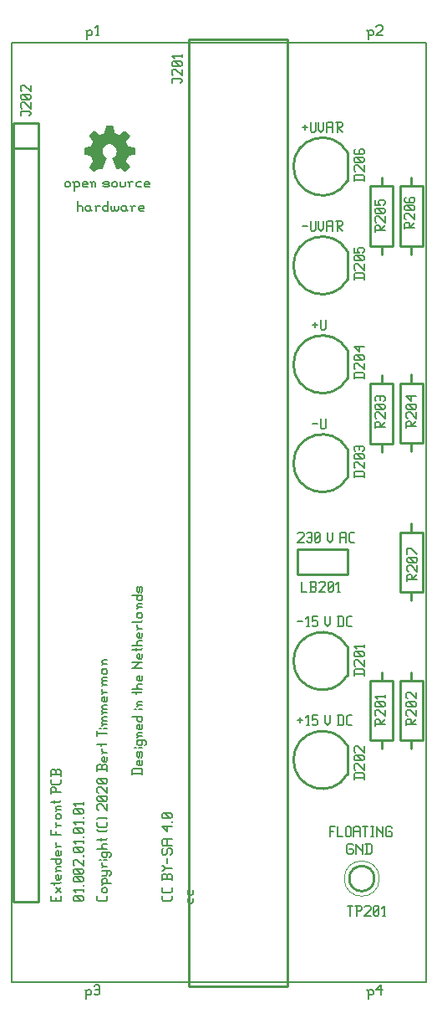
<source format=gto>
G04 start of page 9 for group -4079 idx -4079 *
G04 Title: 01.002.01.01.01.pcb, topsilk *
G04 Creator: pcb 4.2.1 *
G04 CreationDate: Wed Jul 22 19:21:35 2020 UTC *
G04 For: bert *
G04 Format: Gerber/RS-274X *
G04 PCB-Dimensions (mil): 2559.06 4330.71 *
G04 PCB-Coordinate-Origin: lower left *
%MOIN*%
%FSLAX25Y25*%
%LNGTO*%
%ADD106C,0.0000*%
%ADD105C,0.0100*%
%ADD104C,0.0046*%
%ADD103C,0.0047*%
%ADD102C,0.0040*%
%ADD101C,0.0046*%
%ADD100C,0.0048*%
%ADD99C,0.0041*%
%ADD98C,0.0041*%
%ADD97C,0.0041*%
%ADD96C,0.0042*%
%ADD95C,0.0042*%
%ADD94C,0.0042*%
%ADD93C,0.0041*%
%ADD92C,0.0043*%
%ADD91C,0.0042*%
%ADD90C,0.0041*%
%ADD89C,0.0042*%
%ADD88C,0.0041*%
%ADD87C,0.0041*%
%ADD86C,0.0041*%
%ADD85C,0.0046*%
%ADD84C,0.0047*%
%ADD83C,0.0043*%
%ADD82C,0.0044*%
%ADD81C,0.0044*%
%ADD80C,0.0043*%
%ADD79C,0.0045*%
%ADD78C,0.0045*%
%ADD77C,0.0045*%
%ADD76C,0.0045*%
%ADD75C,0.0044*%
%ADD74C,0.0043*%
%ADD73C,0.0043*%
%ADD72C,0.0042*%
%ADD71C,0.0043*%
%ADD70C,0.0044*%
%ADD69C,0.0044*%
%ADD68C,0.0044*%
%ADD67C,0.0044*%
%ADD66C,0.0044*%
%ADD65C,0.0044*%
%ADD64C,0.0043*%
%ADD63C,0.0043*%
%ADD62C,0.0043*%
%ADD61C,0.0043*%
%ADD60C,0.0042*%
%ADD59C,0.0042*%
%ADD58C,0.0042*%
%ADD57C,0.0049*%
%ADD56C,0.0080*%
%ADD55C,0.0001*%
G54D55*G36*
X57540Y380415D02*X60117D01*
X60200Y380383D01*
X60246Y380307D01*
X60296Y380068D01*
X60340Y379846D01*
X60731Y377714D01*
X60778Y377626D01*
X60861Y377568D01*
X60964Y377524D01*
X61754Y377253D01*
X62504Y376895D01*
X62509D01*
X62596Y376857D01*
X62694Y376843D01*
X62792Y376874D01*
X64565Y378093D01*
X64756Y378218D01*
X64957Y378354D01*
X65043Y378379D01*
X65124Y378343D01*
X65456Y378013D01*
X65959Y377513D01*
X66118Y377350D01*
X66617Y376852D01*
X66779Y376695D01*
X66946Y376521D01*
X66985Y376436D01*
X66964Y376347D01*
X66828Y376146D01*
X66698Y375956D01*
X65509Y374220D01*
X65478Y374128D01*
X65493Y374031D01*
X65537Y373932D01*
X66220Y372326D01*
X66257Y372235D01*
X66320Y372157D01*
X66411Y372110D01*
X68450Y371729D01*
X68674Y371686D01*
X68917Y371643D01*
X68992Y371596D01*
X69020Y371513D01*
Y368936D01*
X68992Y368847D01*
X68917Y368800D01*
X68674Y368757D01*
X68450Y368714D01*
X66470Y368345D01*
X66383Y368297D01*
X66329Y368214D01*
X66301Y368154D01*
Y368143D01*
X65585Y366370D01*
X65581Y366358D01*
X65564Y366315D01*
X65546Y366214D01*
X65574Y366120D01*
X66704Y364488D01*
X66828Y364297D01*
X66969Y364096D01*
X66987Y364010D01*
X66946Y363928D01*
X66779Y363749D01*
X66617Y363592D01*
X65298Y362274D01*
X65124Y362106D01*
X65043Y362065D01*
X64957Y362083D01*
X64756Y362225D01*
X64565Y362349D01*
X62970Y363446D01*
X62872Y363475D01*
X62774Y363456D01*
X62444Y363272D01*
X62250Y363163D01*
X61903Y362985D01*
X61818Y362979D01*
X61756Y363039D01*
X61609Y363396D01*
X61522Y363603D01*
X60139Y366961D01*
X60051Y367167D01*
X59954Y367400D01*
X59950Y367495D01*
X60003Y367568D01*
X60226Y367699D01*
X60367Y367807D01*
X60903Y368253D01*
X61318Y368817D01*
X61585Y369476D01*
X61679Y370206D01*
X61620Y370781D01*
X61456Y371315D01*
X61193Y371800D01*
X60844Y372222D01*
X60424Y372571D01*
X59940Y372835D01*
X59406Y373000D01*
X58831Y373058D01*
X58257Y373000D01*
X57722Y372835D01*
X57239Y372571D01*
X56817Y372222D01*
X56469Y371800D01*
X56207Y371315D01*
X56042Y370781D01*
X55983Y370206D01*
X56076Y369476D01*
X56343Y368817D01*
X56757Y368253D01*
X57296Y367807D01*
X57431Y367699D01*
X57654Y367568D01*
X57707Y367495D01*
X57703Y367400D01*
X57606Y367167D01*
X57518Y366961D01*
X56135Y363603D01*
X56048Y363396D01*
X55901Y363039D01*
X55840Y362979D01*
X55756Y362985D01*
X55414Y363163D01*
X55213Y363272D01*
X54881Y363456D01*
X54783Y363475D01*
X54685Y363446D01*
X53092Y362349D01*
X52907Y362225D01*
X52701Y362083D01*
X52614Y362065D01*
X52531Y362106D01*
X52357Y362274D01*
X52201Y362436D01*
X51703Y362935D01*
X51540Y363093D01*
X51040Y363592D01*
X50878Y363749D01*
X50709Y363928D01*
X50670Y364010D01*
X50693Y364096D01*
X50829Y364297D01*
X50959Y364488D01*
X52081Y366120D01*
X52109Y366214D01*
X52093Y366315D01*
X52070Y366375D01*
X51361Y368149D01*
X51328Y368214D01*
X51274Y368297D01*
X51188Y368345D01*
X49207Y368714D01*
X48985Y368757D01*
X48746Y368800D01*
X48667Y368850D01*
X48638Y368936D01*
Y371513D01*
X48667Y371596D01*
X48746Y371643D01*
X48985Y371692D01*
X49207Y371729D01*
X51246Y372110D01*
X51335Y372157D01*
X51398Y372240D01*
X51435Y372326D01*
X52124Y373932D01*
X52164Y374031D01*
X52181Y374128D01*
X52153Y374220D01*
X50959Y375961D01*
X50829Y376146D01*
X50693Y376347D01*
X50670Y376436D01*
X50709Y376521D01*
X50878Y376695D01*
X51040Y376852D01*
X52531Y378343D01*
X52614Y378379D01*
X52701Y378360D01*
X52907Y378224D01*
X53092Y378093D01*
X54865Y376874D01*
X54963Y376845D01*
X55061Y376863D01*
X55146Y376895D01*
X55157Y376900D01*
X55904Y377254D01*
X56694Y377529D01*
X56796Y377568D01*
X56881Y377626D01*
X56926Y377714D01*
X57324Y379846D01*
X57361Y380068D01*
X57409Y380307D01*
X57457Y380383D01*
X57540Y380415D01*
G37*
G54D56*X185039Y413386D02*X19685D01*
X185039D02*Y39371D01*
X19685Y39370D02*X19679Y413386D01*
X19685Y39370D02*X185039Y39371D01*
X135826Y379891D02*X137826D01*
X136826Y380891D02*Y378891D01*
X139026Y381891D02*Y378391D01*
X139526Y377891D01*
X140526D01*
X141026Y378391D01*
Y381891D02*Y378391D01*
X142226Y381891D02*Y378891D01*
X143226Y377891D01*
X144226Y378891D01*
Y381891D02*Y378891D01*
X145426Y381391D02*Y377891D01*
Y381391D02*X145926Y381891D01*
X147426D01*
X147926Y381391D01*
Y377891D01*
X145426Y379891D02*X147926D01*
X149126Y381891D02*X151126D01*
X151626Y381391D01*
Y380391D01*
X151126Y379891D02*X151626Y380391D01*
X149626Y379891D02*X151126D01*
X149626Y381891D02*Y377891D01*
Y379891D02*X151626Y377891D01*
X135826Y340520D02*X137826D01*
X139026Y342520D02*Y339020D01*
X139526Y338520D01*
X140526D01*
X141026Y339020D01*
Y342520D02*Y339020D01*
X142226Y342520D02*Y339520D01*
X143226Y338520D01*
X144226Y339520D01*
Y342520D02*Y339520D01*
X145426Y342020D02*Y338520D01*
Y342020D02*X145926Y342520D01*
X147426D01*
X147926Y342020D01*
Y338520D01*
X145426Y340520D02*X147926D01*
X149126Y342520D02*X151126D01*
X151626Y342020D01*
Y341020D01*
X151126Y340520D02*X151626Y341020D01*
X149626Y340520D02*X151126D01*
X149626Y342520D02*Y338520D01*
Y340520D02*X151626Y338520D01*
X139763Y301150D02*X141763D01*
X140763Y302150D02*Y300150D01*
X142963Y303150D02*Y299650D01*
X143463Y299150D01*
X144463D01*
X144963Y299650D01*
Y303150D02*Y299650D01*
X155543Y94488D02*X156043Y93988D01*
X154043Y94488D02*X155543D01*
X153543Y93988D02*X154043Y94488D01*
X153543Y93988D02*Y90988D01*
X154043Y90488D01*
X155543D01*
X156043Y90988D01*
Y91988D02*Y90988D01*
X155543Y92488D02*X156043Y91988D01*
X154543Y92488D02*X155543D01*
X157243Y94488D02*Y90488D01*
Y94488D02*Y93988D01*
X159743Y91488D01*
Y94488D02*Y90488D01*
X161443Y94488D02*Y90488D01*
X162943Y94488D02*X163443Y93988D01*
Y90988D01*
X162943Y90488D02*X163443Y90988D01*
X160943Y90488D02*X162943D01*
X160943Y94488D02*X162943D01*
X139763Y261780D02*X141763D01*
X142963Y263780D02*Y260280D01*
X143463Y259780D01*
X144463D01*
X144963Y260280D01*
Y263780D02*Y260280D01*
X133858Y218005D02*X134358Y218505D01*
X135858D01*
X136358Y218005D01*
Y217005D01*
X133858Y214505D02*X136358Y217005D01*
X133858Y214505D02*X136358D01*
X137558Y218005D02*X138058Y218505D01*
X139058D01*
X139558Y218005D01*
Y215005D01*
X139058Y214505D02*X139558Y215005D01*
X138058Y214505D02*X139058D01*
X137558Y215005D02*X138058Y214505D01*
Y216505D02*X139558D01*
X140758Y215005D02*X141258Y214505D01*
X140758Y218005D02*Y215005D01*
Y218005D02*X141258Y218505D01*
X142258D01*
X142758Y218005D01*
Y215005D01*
X142258Y214505D02*X142758Y215005D01*
X141258Y214505D02*X142258D01*
X140758Y215505D02*X142758Y217505D01*
X145758Y218505D02*Y215505D01*
X146758Y214505D01*
X147758Y215505D01*
Y218505D02*Y215505D01*
X150758Y218005D02*Y214505D01*
Y218005D02*X151258Y218505D01*
X152758D01*
X153258Y218005D01*
Y214505D01*
X150758Y216505D02*X153258D01*
X154958Y214505D02*X156458D01*
X154458Y215005D02*X154958Y214505D01*
X154458Y218005D02*Y215005D01*
Y218005D02*X154958Y218505D01*
X156458D01*
X133858Y183040D02*X135858D01*
X137558Y181040D02*X138558D01*
X138058Y185040D02*Y181040D01*
X137058Y184040D02*X138058Y185040D01*
X139758D02*X141758D01*
X139758D02*Y183040D01*
X140258Y183540D01*
X141258D01*
X141758Y183040D01*
Y181540D01*
X141258Y181040D02*X141758Y181540D01*
X140258Y181040D02*X141258D01*
X139758Y181540D02*X140258Y181040D01*
X144758Y185040D02*Y182040D01*
X145758Y181040D01*
X146758Y182040D01*
Y185040D02*Y182040D01*
X150258Y185040D02*Y181040D01*
X151758Y185040D02*X152258Y184540D01*
Y181540D01*
X151758Y181040D02*X152258Y181540D01*
X149758Y181040D02*X151758D01*
X149758Y185040D02*X151758D01*
X153958Y181040D02*X155458D01*
X153458Y181540D02*X153958Y181040D01*
X153458Y184540D02*Y181540D01*
Y184540D02*X153958Y185040D01*
X155458D01*
X133858Y143670D02*X135858D01*
X134858Y144670D02*Y142670D01*
X137558Y141670D02*X138558D01*
X138058Y145670D02*Y141670D01*
X137058Y144670D02*X138058Y145670D01*
X139758D02*X141758D01*
X139758D02*Y143670D01*
X140258Y144170D01*
X141258D01*
X141758Y143670D01*
Y142170D01*
X141258Y141670D02*X141758Y142170D01*
X140258Y141670D02*X141258D01*
X139758Y142170D02*X140258Y141670D01*
X144758Y145670D02*Y142670D01*
X145758Y141670D01*
X146758Y142670D01*
Y145670D02*Y142670D01*
X150258Y145670D02*Y141670D01*
X151758Y145670D02*X152258Y145170D01*
Y142170D01*
X151758Y141670D02*X152258Y142170D01*
X149758Y141670D02*X151758D01*
X149758Y145670D02*X151758D01*
X153958Y141670D02*X155458D01*
X153458Y142170D02*X153958Y141670D01*
X153458Y145170D02*Y142170D01*
Y145170D02*X153958Y145670D01*
X155458D01*
X146654Y101378D02*Y97378D01*
Y101378D02*X148654D01*
X146654Y99378D02*X148154D01*
X149854Y101378D02*Y97378D01*
X151854D01*
X153054Y100878D02*Y97878D01*
Y100878D02*X153554Y101378D01*
X154554D01*
X155054Y100878D01*
Y97878D01*
X154554Y97378D02*X155054Y97878D01*
X153554Y97378D02*X154554D01*
X153054Y97878D02*X153554Y97378D01*
X156254Y100878D02*Y97378D01*
Y100878D02*X156754Y101378D01*
X158254D01*
X158754Y100878D01*
Y97378D01*
X156254Y99378D02*X158754D01*
X159954Y101378D02*X161954D01*
X160954D02*Y97378D01*
X163154Y101378D02*X164154D01*
X163654D02*Y97378D01*
X163154D02*X164154D01*
X165354Y101378D02*Y97378D01*
Y101378D02*Y100878D01*
X167854Y98378D01*
Y101378D02*Y97378D01*
X171054Y101378D02*X171554Y100878D01*
X169554Y101378D02*X171054D01*
X169054Y100878D02*X169554Y101378D01*
X169054Y100878D02*Y97878D01*
X169554Y97378D01*
X171054D01*
X171554Y97878D01*
Y98878D02*Y97878D01*
X171054Y99378D02*X171554Y98878D01*
X170054Y99378D02*X171054D01*
X37433Y73300D02*Y71800D01*
X39433Y73800D02*Y71800D01*
X35433D02*X39433D01*
X35433Y73800D02*Y71800D01*
X37433Y75000D02*X39433Y77000D01*
Y75000D02*X37433Y77000D01*
X35433Y78700D02*X38933D01*
X39433Y79200D01*
X36933D02*Y78200D01*
X39433Y82200D02*Y80700D01*
X38933Y80200D02*X39433Y80700D01*
X37933Y80200D02*X38933D01*
X37933D02*X37433Y80700D01*
Y81700D02*Y80700D01*
Y81700D02*X37933Y82200D01*
X38433D02*Y80200D01*
X37933Y82200D02*X38433D01*
X37933Y83900D02*X39433D01*
X37933D02*X37433Y84400D01*
Y84900D02*Y84400D01*
Y84900D02*X37933Y85400D01*
X39433D01*
X37433Y83400D02*X37933Y83900D01*
X35433Y88600D02*X39433D01*
Y88100D02*X38933Y88600D01*
X39433Y88100D02*Y87100D01*
X38933Y86600D02*X39433Y87100D01*
X37933Y86600D02*X38933D01*
X37933D02*X37433Y87100D01*
Y88100D02*Y87100D01*
Y88100D02*X37933Y88600D01*
X39433Y91800D02*Y90300D01*
X38933Y89800D02*X39433Y90300D01*
X37933Y89800D02*X38933D01*
X37933D02*X37433Y90300D01*
Y91300D02*Y90300D01*
Y91300D02*X37933Y91800D01*
X38433D02*Y89800D01*
X37933Y91800D02*X38433D01*
X37933Y93500D02*X39433D01*
X37933D02*X37433Y94000D01*
Y95000D02*Y94000D01*
Y93000D02*X37933Y93500D01*
X35433Y98000D02*X39433D01*
X35433Y100000D02*Y98000D01*
X37433Y99500D02*Y98000D01*
X37933Y101700D02*X39433D01*
X37933D02*X37433Y102200D01*
Y103200D02*Y102200D01*
Y101200D02*X37933Y101700D01*
Y104400D02*X38933D01*
X37933D02*X37433Y104900D01*
Y105900D02*Y104900D01*
Y105900D02*X37933Y106400D01*
X38933D01*
X39433Y105900D02*X38933Y106400D01*
X39433Y105900D02*Y104900D01*
X38933Y104400D02*X39433Y104900D01*
X37933Y108100D02*X39433D01*
X37933D02*X37433Y108600D01*
Y109100D02*Y108600D01*
Y109100D02*X37933Y109600D01*
X39433D01*
X37433Y107600D02*X37933Y108100D01*
X35433Y111300D02*X38933D01*
X39433Y111800D01*
X36933D02*Y110800D01*
X35433Y115100D02*X39433D01*
X35433Y116600D02*Y114600D01*
Y116600D02*X35933Y117100D01*
X36933D01*
X37433Y116600D02*X36933Y117100D01*
X37433Y116600D02*Y115100D01*
X39433Y120300D02*Y118800D01*
X38933Y118300D02*X39433Y118800D01*
X35933Y118300D02*X38933D01*
X35933D02*X35433Y118800D01*
Y120300D02*Y118800D01*
X39433Y123500D02*Y121500D01*
Y123500D02*X38933Y124000D01*
X37933D02*X38933D01*
X37433Y123500D02*X37933Y124000D01*
X37433Y123500D02*Y122000D01*
X35433D02*X39433D01*
X35433Y123500D02*Y121500D01*
Y123500D02*X35933Y124000D01*
X36933D01*
X37433Y123500D02*X36933Y124000D01*
X57885Y73800D02*Y72300D01*
X57385Y71800D02*X57885Y72300D01*
X54385Y71800D02*X57385D01*
X54385D02*X53885Y72300D01*
Y73800D02*Y72300D01*
X56385Y75000D02*X57385D01*
X56385D02*X55885Y75500D01*
Y76500D02*Y75500D01*
Y76500D02*X56385Y77000D01*
X57385D01*
X57885Y76500D02*X57385Y77000D01*
X57885Y76500D02*Y75500D01*
X57385Y75000D02*X57885Y75500D01*
X56385Y78700D02*X59385D01*
X55885Y78200D02*X56385Y78700D01*
X55885Y79200D01*
Y80200D02*Y79200D01*
Y80200D02*X56385Y80700D01*
X57385D01*
X57885Y80200D02*X57385Y80700D01*
X57885Y80200D02*Y79200D01*
X57385Y78700D02*X57885Y79200D01*
X55885Y81900D02*X57385D01*
X57885Y82400D01*
X55885Y83900D02*X58885D01*
X59385Y83400D02*X58885Y83900D01*
X59385Y83400D02*Y82400D01*
X58885Y81900D02*X59385Y82400D01*
X57885Y83400D02*Y82400D01*
Y83400D02*X57385Y83900D01*
X56385Y85600D02*X57885D01*
X56385D02*X55885Y86100D01*
Y87100D02*Y86100D01*
Y85100D02*X56385Y85600D01*
X54885Y88300D02*X55385D01*
X56385D02*X57885D01*
X55885Y90800D02*X56385Y91300D01*
X55885Y90800D02*Y89800D01*
X56385Y89300D02*X55885Y89800D01*
X56385Y89300D02*X57385D01*
X57885Y89800D01*
Y90800D02*Y89800D01*
Y90800D02*X57385Y91300D01*
X58885Y89300D02*X59385Y89800D01*
Y90800D02*Y89800D01*
Y90800D02*X58885Y91300D01*
X55885D02*X58885D01*
X53885Y92500D02*X57885D01*
X56385D02*X55885Y93000D01*
Y94000D02*Y93000D01*
Y94000D02*X56385Y94500D01*
X57885D01*
X53885Y96200D02*X57385D01*
X57885Y96700D01*
X55385D02*Y95700D01*
X57385Y99500D02*X57885Y100000D01*
X54385Y99500D02*X53885Y100000D01*
X54385Y99500D02*X57385D01*
X57885Y103200D02*Y101700D01*
X57385Y101200D02*X57885Y101700D01*
X54385Y101200D02*X57385D01*
X54385D02*X53885Y101700D01*
Y103200D02*Y101700D01*
Y104400D02*X54385Y104900D01*
X57385D01*
X57885Y104400D02*X57385Y104900D01*
X54385Y107900D02*X53885Y108400D01*
Y109900D02*Y108400D01*
Y109900D02*X54385Y110400D01*
X55385D01*
X57885Y107900D02*X55385Y110400D01*
X57885D02*Y107900D01*
X57385Y111600D02*X57885Y112100D01*
X54385Y111600D02*X57385D01*
X54385D02*X53885Y112100D01*
Y113100D02*Y112100D01*
Y113100D02*X54385Y113600D01*
X57385D01*
X57885Y113100D02*X57385Y113600D01*
X57885Y113100D02*Y112100D01*
X56885Y111600D02*X54885Y113600D01*
X54385Y114800D02*X53885Y115300D01*
Y116800D02*Y115300D01*
Y116800D02*X54385Y117300D01*
X55385D01*
X57885Y114800D02*X55385Y117300D01*
X57885D02*Y114800D01*
X57385Y118500D02*X57885Y119000D01*
X54385Y118500D02*X57385D01*
X54385D02*X53885Y119000D01*
Y120000D02*Y119000D01*
Y120000D02*X54385Y120500D01*
X57385D01*
X57885Y120000D02*X57385Y120500D01*
X57885Y120000D02*Y119000D01*
X56885Y118500D02*X54885Y120500D01*
X57885Y125500D02*Y123500D01*
Y125500D02*X57385Y126000D01*
X56385D02*X57385D01*
X55885Y125500D02*X56385Y126000D01*
X55885Y125500D02*Y124000D01*
X53885D02*X57885D01*
X53885Y125500D02*Y123500D01*
Y125500D02*X54385Y126000D01*
X55385D01*
X55885Y125500D02*X55385Y126000D01*
X57885Y129200D02*Y127700D01*
X57385Y127200D02*X57885Y127700D01*
X56385Y127200D02*X57385D01*
X56385D02*X55885Y127700D01*
Y128700D02*Y127700D01*
Y128700D02*X56385Y129200D01*
X56885D02*Y127200D01*
X56385Y129200D02*X56885D01*
X56385Y130900D02*X57885D01*
X56385D02*X55885Y131400D01*
Y132400D02*Y131400D01*
Y130400D02*X56385Y130900D01*
X53885Y134100D02*X57385D01*
X57885Y134600D01*
X55385D02*Y133600D01*
X53885Y139400D02*Y137400D01*
Y138400D02*X57885D01*
X54885Y140600D02*X55385D01*
X56385D02*X57885D01*
X56385Y142100D02*X57885D01*
X56385D02*X55885Y142600D01*
Y143100D02*Y142600D01*
Y143100D02*X56385Y143600D01*
X57885D01*
X56385D02*X55885Y144100D01*
Y144600D02*Y144100D01*
Y144600D02*X56385Y145100D01*
X57885D01*
X55885Y141600D02*X56385Y142100D01*
Y146800D02*X57885D01*
X56385D02*X55885Y147300D01*
Y147800D02*Y147300D01*
Y147800D02*X56385Y148300D01*
X57885D01*
X56385D02*X55885Y148800D01*
Y149300D02*Y148800D01*
Y149300D02*X56385Y149800D01*
X57885D01*
X55885Y146300D02*X56385Y146800D01*
X57885Y153000D02*Y151500D01*
X57385Y151000D02*X57885Y151500D01*
X56385Y151000D02*X57385D01*
X56385D02*X55885Y151500D01*
Y152500D02*Y151500D01*
Y152500D02*X56385Y153000D01*
X56885D02*Y151000D01*
X56385Y153000D02*X56885D01*
X56385Y154700D02*X57885D01*
X56385D02*X55885Y155200D01*
Y156200D02*Y155200D01*
Y154200D02*X56385Y154700D01*
Y157900D02*X57885D01*
X56385D02*X55885Y158400D01*
Y158900D02*Y158400D01*
Y158900D02*X56385Y159400D01*
X57885D01*
X56385D02*X55885Y159900D01*
Y160400D02*Y159900D01*
Y160400D02*X56385Y160900D01*
X57885D01*
X55885Y157400D02*X56385Y157900D01*
X55885Y163600D02*X56385Y164100D01*
X55885Y163600D02*Y162600D01*
X56385Y162100D02*X55885Y162600D01*
X56385Y162100D02*X57385D01*
X57885Y162600D01*
X55885Y164100D02*X57385D01*
X57885Y164600D01*
Y163600D02*Y162600D01*
Y163600D02*X57385Y164100D01*
X56385Y166300D02*X57885D01*
X56385D02*X55885Y166800D01*
Y167300D02*Y166800D01*
Y167300D02*X56385Y167800D01*
X57885D01*
X55885Y165800D02*X56385Y166300D01*
X67913Y122548D02*X71913D01*
X67913Y124048D02*X68413Y124548D01*
X71413D01*
X71913Y124048D02*X71413Y124548D01*
X71913Y124048D02*Y122048D01*
X67913Y124048D02*Y122048D01*
X71913Y127748D02*Y126248D01*
X71413Y125748D02*X71913Y126248D01*
X70413Y125748D02*X71413D01*
X70413D02*X69913Y126248D01*
Y127248D02*Y126248D01*
Y127248D02*X70413Y127748D01*
X70913D02*Y125748D01*
X70413Y127748D02*X70913D01*
X71913Y130948D02*Y129448D01*
Y130948D02*X71413Y131448D01*
X70913Y130948D02*X71413Y131448D01*
X70913Y130948D02*Y129448D01*
X70413Y128948D02*X70913Y129448D01*
X70413Y128948D02*X69913Y129448D01*
Y130948D02*Y129448D01*
Y130948D02*X70413Y131448D01*
X71413Y128948D02*X71913Y129448D01*
X68913Y132648D02*X69413D01*
X70413D02*X71913D01*
X69913Y135148D02*X70413Y135648D01*
X69913Y135148D02*Y134148D01*
X70413Y133648D02*X69913Y134148D01*
X70413Y133648D02*X71413D01*
X71913Y134148D01*
Y135148D02*Y134148D01*
Y135148D02*X71413Y135648D01*
X72913Y133648D02*X73413Y134148D01*
Y135148D02*Y134148D01*
Y135148D02*X72913Y135648D01*
X69913D02*X72913D01*
X70413Y137348D02*X71913D01*
X70413D02*X69913Y137848D01*
Y138348D02*Y137848D01*
Y138348D02*X70413Y138848D01*
X71913D01*
X69913Y136848D02*X70413Y137348D01*
X71913Y142048D02*Y140548D01*
X71413Y140048D02*X71913Y140548D01*
X70413Y140048D02*X71413D01*
X70413D02*X69913Y140548D01*
Y141548D02*Y140548D01*
Y141548D02*X70413Y142048D01*
X70913D02*Y140048D01*
X70413Y142048D02*X70913D01*
X67913Y145248D02*X71913D01*
Y144748D02*X71413Y145248D01*
X71913Y144748D02*Y143748D01*
X71413Y143248D02*X71913Y143748D01*
X70413Y143248D02*X71413D01*
X70413D02*X69913Y143748D01*
Y144748D02*Y143748D01*
Y144748D02*X70413Y145248D01*
X68913Y148248D02*X69413D01*
X70413D02*X71913D01*
X70413Y149748D02*X71913D01*
X70413D02*X69913Y150248D01*
Y150748D02*Y150248D01*
Y150748D02*X70413Y151248D01*
X71913D01*
X69913Y149248D02*X70413Y149748D01*
X67913Y154748D02*X71413D01*
X71913Y155248D01*
X69413D02*Y154248D01*
X67913Y156248D02*X71913D01*
X70413D02*X69913Y156748D01*
Y157748D02*Y156748D01*
Y157748D02*X70413Y158248D01*
X71913D01*
Y161448D02*Y159948D01*
X71413Y159448D02*X71913Y159948D01*
X70413Y159448D02*X71413D01*
X70413D02*X69913Y159948D01*
Y160948D02*Y159948D01*
Y160948D02*X70413Y161448D01*
X70913D02*Y159448D01*
X70413Y161448D02*X70913D01*
X67913Y164448D02*X71913D01*
X67913D02*X68413D01*
X70913Y166948D01*
X67913D02*X71913D01*
Y170148D02*Y168648D01*
X71413Y168148D02*X71913Y168648D01*
X70413Y168148D02*X71413D01*
X70413D02*X69913Y168648D01*
Y169648D02*Y168648D01*
Y169648D02*X70413Y170148D01*
X70913D02*Y168148D01*
X70413Y170148D02*X70913D01*
X67913Y171848D02*X71413D01*
X71913Y172348D01*
X69413D02*Y171348D01*
X67913Y173348D02*X71913D01*
X70413D02*X69913Y173848D01*
Y174848D02*Y173848D01*
Y174848D02*X70413Y175348D01*
X71913D01*
Y178548D02*Y177048D01*
X71413Y176548D02*X71913Y177048D01*
X70413Y176548D02*X71413D01*
X70413D02*X69913Y177048D01*
Y178048D02*Y177048D01*
Y178048D02*X70413Y178548D01*
X70913D02*Y176548D01*
X70413Y178548D02*X70913D01*
X70413Y180248D02*X71913D01*
X70413D02*X69913Y180748D01*
Y181748D02*Y180748D01*
Y179748D02*X70413Y180248D01*
X67913Y182948D02*X71413D01*
X71913Y183448D01*
X69913Y185948D02*X70413Y186448D01*
X69913Y185948D02*Y184948D01*
X70413Y184448D02*X69913Y184948D01*
X70413Y184448D02*X71413D01*
X71913Y184948D01*
X69913Y186448D02*X71413D01*
X71913Y186948D01*
Y185948D02*Y184948D01*
Y185948D02*X71413Y186448D01*
X70413Y188648D02*X71913D01*
X70413D02*X69913Y189148D01*
Y189648D02*Y189148D01*
Y189648D02*X70413Y190148D01*
X71913D01*
X69913Y188148D02*X70413Y188648D01*
X67913Y193348D02*X71913D01*
Y192848D02*X71413Y193348D01*
X71913Y192848D02*Y191848D01*
X71413Y191348D02*X71913Y191848D01*
X70413Y191348D02*X71413D01*
X70413D02*X69913Y191848D01*
Y192848D02*Y191848D01*
Y192848D02*X70413Y193348D01*
X71913Y196548D02*Y195048D01*
Y196548D02*X71413Y197048D01*
X70913Y196548D02*X71413Y197048D01*
X70913Y196548D02*Y195048D01*
X70413Y194548D02*X70913Y195048D01*
X70413Y194548D02*X69913Y195048D01*
Y196548D02*Y195048D01*
Y196548D02*X70413Y197048D01*
X71413Y194548D02*X71913Y195048D01*
X47917Y71800D02*X48417Y72300D01*
X44917Y71800D02*X47917D01*
X44917D02*X44417Y72300D01*
Y73300D02*Y72300D01*
Y73300D02*X44917Y73800D01*
X47917D01*
X48417Y73300D02*X47917Y73800D01*
X48417Y73300D02*Y72300D01*
X47417Y71800D02*X45417Y73800D01*
X48417Y76500D02*Y75500D01*
X44417Y76000D02*X48417D01*
X45417Y75000D02*X44417Y76000D01*
X48417Y78200D02*Y77700D01*
X47917Y79400D02*X48417Y79900D01*
X44917Y79400D02*X47917D01*
X44917D02*X44417Y79900D01*
Y80900D02*Y79900D01*
Y80900D02*X44917Y81400D01*
X47917D01*
X48417Y80900D02*X47917Y81400D01*
X48417Y80900D02*Y79900D01*
X47417Y79400D02*X45417Y81400D01*
X47917Y82600D02*X48417Y83100D01*
X44917Y82600D02*X47917D01*
X44917D02*X44417Y83100D01*
Y84100D02*Y83100D01*
Y84100D02*X44917Y84600D01*
X47917D01*
X48417Y84100D02*X47917Y84600D01*
X48417Y84100D02*Y83100D01*
X47417Y82600D02*X45417Y84600D01*
X44917Y85800D02*X44417Y86300D01*
Y87800D02*Y86300D01*
Y87800D02*X44917Y88300D01*
X45917D01*
X48417Y85800D02*X45917Y88300D01*
X48417D02*Y85800D01*
Y90000D02*Y89500D01*
X47917Y91200D02*X48417Y91700D01*
X44917Y91200D02*X47917D01*
X44917D02*X44417Y91700D01*
Y92700D02*Y91700D01*
Y92700D02*X44917Y93200D01*
X47917D01*
X48417Y92700D02*X47917Y93200D01*
X48417Y92700D02*Y91700D01*
X47417Y91200D02*X45417Y93200D01*
X48417Y95900D02*Y94900D01*
X44417Y95400D02*X48417D01*
X45417Y94400D02*X44417Y95400D01*
X48417Y97600D02*Y97100D01*
X47917Y98800D02*X48417Y99300D01*
X44917Y98800D02*X47917D01*
X44917D02*X44417Y99300D01*
Y100300D02*Y99300D01*
Y100300D02*X44917Y100800D01*
X47917D01*
X48417Y100300D02*X47917Y100800D01*
X48417Y100300D02*Y99300D01*
X47417Y98800D02*X45417Y100800D01*
X48417Y103500D02*Y102500D01*
X44417Y103000D02*X48417D01*
X45417Y102000D02*X44417Y103000D01*
X48417Y105200D02*Y104700D01*
X47917Y106400D02*X48417Y106900D01*
X44917Y106400D02*X47917D01*
X44917D02*X44417Y106900D01*
Y107900D02*Y106900D01*
Y107900D02*X44917Y108400D01*
X47917D01*
X48417Y107900D02*X47917Y108400D01*
X48417Y107900D02*Y106900D01*
X47417Y106400D02*X45417Y108400D01*
X48417Y111100D02*Y110100D01*
X44417Y110600D02*X48417D01*
X45417Y109600D02*X44417Y110600D01*
X83724Y73851D02*Y72351D01*
X83224Y71851D02*X83724Y72351D01*
X80224Y71851D02*X83224D01*
X80224D02*X79724Y72351D01*
Y73851D02*Y72351D01*
X83724Y77051D02*Y75551D01*
X83224Y75051D02*X83724Y75551D01*
X80224Y75051D02*X83224D01*
X80224D02*X79724Y75551D01*
Y77051D02*Y75551D01*
X83724Y82051D02*Y80051D01*
Y82051D02*X83224Y82551D01*
X82224D02*X83224D01*
X81724Y82051D02*X82224Y82551D01*
X81724Y82051D02*Y80551D01*
X79724D02*X83724D01*
X79724Y82051D02*Y80051D01*
Y82051D02*X80224Y82551D01*
X81224D01*
X81724Y82051D02*X81224Y82551D01*
X79724Y83751D02*X80224D01*
X81224Y84751D01*
X80224Y85751D01*
X79724D02*X80224D01*
X81224Y84751D02*X83724D01*
X81724Y88951D02*Y86951D01*
X79724Y92151D02*X80224Y92651D01*
X79724Y92151D02*Y90651D01*
X80224Y90151D02*X79724Y90651D01*
X80224Y90151D02*X81224D01*
X81724Y90651D01*
Y92151D02*Y90651D01*
Y92151D02*X82224Y92651D01*
X83224D01*
X83724Y92151D02*X83224Y92651D01*
X83724Y92151D02*Y90651D01*
X83224Y90151D02*X83724Y90651D01*
X80224Y93851D02*X83724D01*
X80224D02*X79724Y94351D01*
Y95851D02*Y94351D01*
Y95851D02*X80224Y96351D01*
X83724D01*
X81724D02*Y93851D01*
Y99351D02*X79724Y101351D01*
X81724Y101851D02*Y99351D01*
X79724Y101351D02*X83724D01*
Y103551D02*Y103051D01*
X83224Y104751D02*X83724Y105251D01*
X80224Y104751D02*X83224D01*
X80224D02*X79724Y105251D01*
Y106251D02*Y105251D01*
Y106251D02*X80224Y106751D01*
X83224D01*
X83724Y106251D02*X83224Y106751D01*
X83724Y106251D02*Y105251D01*
X82724Y104751D02*X80724Y106751D01*
X41063Y357501D02*Y356501D01*
Y357501D02*X41563Y358001D01*
X42563D01*
X43063Y357501D01*
Y356501D01*
X42563Y356001D02*X43063Y356501D01*
X41563Y356001D02*X42563D01*
X41063Y356501D02*X41563Y356001D01*
X44763Y357501D02*Y354501D01*
X44263Y358001D02*X44763Y357501D01*
X45263Y358001D01*
X46263D01*
X46763Y357501D01*
Y356501D01*
X46263Y356001D02*X46763Y356501D01*
X45263Y356001D02*X46263D01*
X44763Y356501D02*X45263Y356001D01*
X48463D02*X49963D01*
X47963Y356501D02*X48463Y356001D01*
X47963Y357501D02*Y356501D01*
Y357501D02*X48463Y358001D01*
X49463D01*
X49963Y357501D01*
X47963Y357001D02*X49963D01*
Y357501D02*Y357001D01*
X51663Y357501D02*Y356001D01*
Y357501D02*X52163Y358001D01*
X52663D01*
X53163Y357501D01*
Y356001D01*
X51163Y358001D02*X51663Y357501D01*
X56663Y356001D02*X58163D01*
X58663Y356501D01*
X58163Y357001D02*X58663Y356501D01*
X56663Y357001D02*X58163D01*
X56163Y357501D02*X56663Y357001D01*
X56163Y357501D02*X56663Y358001D01*
X58163D01*
X58663Y357501D01*
X56163Y356501D02*X56663Y356001D01*
X59863Y357501D02*Y356501D01*
Y357501D02*X60363Y358001D01*
X61363D01*
X61863Y357501D01*
Y356501D01*
X61363Y356001D02*X61863Y356501D01*
X60363Y356001D02*X61363D01*
X59863Y356501D02*X60363Y356001D01*
X63063Y358001D02*Y356501D01*
X63563Y356001D01*
X64563D01*
X65063Y356501D01*
Y358001D02*Y356501D01*
X66763Y357501D02*Y356001D01*
Y357501D02*X67263Y358001D01*
X68263D01*
X66263D02*X66763Y357501D01*
X69963Y358001D02*X71463D01*
X69463Y357501D02*X69963Y358001D01*
X69463Y357501D02*Y356501D01*
X69963Y356001D01*
X71463D01*
X73163D02*X74663D01*
X72663Y356501D02*X73163Y356001D01*
X72663Y357501D02*Y356501D01*
Y357501D02*X73163Y358001D01*
X74163D01*
X74663Y357501D01*
X72663Y357001D02*X74663D01*
Y357501D02*Y357001D01*
X46063Y350501D02*Y346501D01*
Y348001D02*X46563Y348501D01*
X47563D01*
X48063Y348001D01*
Y346501D01*
X50763Y348501D02*X51263Y348001D01*
X49763Y348501D02*X50763D01*
X49263Y348001D02*X49763Y348501D01*
X49263Y348001D02*Y347001D01*
X49763Y346501D01*
X51263Y348501D02*Y347001D01*
X51763Y346501D01*
X49763D02*X50763D01*
X51263Y347001D01*
X53463Y348001D02*Y346501D01*
Y348001D02*X53963Y348501D01*
X54963D01*
X52963D02*X53463Y348001D01*
X58163Y350501D02*Y346501D01*
X57663D02*X58163Y347001D01*
X56663Y346501D02*X57663D01*
X56163Y347001D02*X56663Y346501D01*
X56163Y348001D02*Y347001D01*
Y348001D02*X56663Y348501D01*
X57663D01*
X58163Y348001D01*
X59363Y348501D02*Y347001D01*
X59863Y346501D01*
X60363D01*
X60863Y347001D01*
Y348501D02*Y347001D01*
X61363Y346501D01*
X61863D01*
X62363Y347001D01*
Y348501D02*Y347001D01*
X65063Y348501D02*X65563Y348001D01*
X64063Y348501D02*X65063D01*
X63563Y348001D02*X64063Y348501D01*
X63563Y348001D02*Y347001D01*
X64063Y346501D01*
X65563Y348501D02*Y347001D01*
X66063Y346501D01*
X64063D02*X65063D01*
X65563Y347001D01*
X67763Y348001D02*Y346501D01*
Y348001D02*X68263Y348501D01*
X69263D01*
X67263D02*X67763Y348001D01*
X70963Y346501D02*X72463D01*
X70463Y347001D02*X70963Y346501D01*
X70463Y348001D02*Y347001D01*
Y348001D02*X70963Y348501D01*
X71963D01*
X72463Y348001D01*
X70463Y347501D02*X72463D01*
Y348001D02*Y347501D01*
G54D57*X63730Y71113D03*
X78493D03*
G54D58*X64714Y71605D03*
G54D59*X65206D03*
G54D60*X65698D03*
G54D61*X66190D03*
G54D62*X66682D03*
G54D63*X67175D03*
G54D64*X67667D03*
G54D65*X68159D03*
G54D66*X68651D03*
G54D67*X69143D03*
G54D68*X69635D03*
G54D69*X70127D03*
G54D70*X70619D03*
X71112D03*
G54D69*X71604D03*
G54D68*X72096D03*
G54D67*X72588D03*
G54D66*X73080D03*
G54D71*X73572D03*
G54D64*X74064D03*
G54D58*X64222Y72097D03*
G54D59*X64714D03*
G54D72*X65206D03*
G54D73*X65698D03*
G54D74*X66190D03*
G54D64*X66682D03*
G54D65*X67175D03*
G54D66*X67667D03*
G54D69*X68159D03*
G54D75*X68651D03*
G54D76*X69143D03*
G54D77*X69635D03*
G54D78*X70127D03*
G54D79*X70619D03*
X71112D03*
G54D78*X71604D03*
G54D77*X72096D03*
G54D76*X72588D03*
G54D75*X73080D03*
G54D69*X73572D03*
G54D66*X74064D03*
G54D59*X64222Y72589D03*
G54D72*X64714D03*
G54D73*X65206D03*
G54D63*X65698D03*
G54D80*X66190D03*
G54D81*X66682D03*
G54D68*X67175D03*
G54D82*X67667D03*
G54D77*X68159D03*
X73572D03*
G54D82*X74064D03*
G54D68*X74556D03*
G54D60*X64222Y73081D03*
G54D73*X64714D03*
G54D63*X65206D03*
G54D80*X65698D03*
G54D66*X66190D03*
G54D70*X66682D03*
G54D76*X67175D03*
X74556D03*
G54D69*X75049D03*
G54D61*X64222Y73573D03*
G54D74*X64714D03*
G54D80*X65206D03*
G54D66*X65698D03*
G54D70*X66190D03*
G54D77*X66682D03*
G54D83*X70619D03*
X71112D03*
G54D77*X75049D03*
G54D70*X75541D03*
G54D62*X64222Y74065D03*
G54D64*X64714D03*
G54D81*X65206D03*
G54D70*X65698D03*
G54D77*X66190D03*
G54D84*X69143D03*
G54D57*X69635D03*
X70127D03*
X70619D03*
X71112D03*
X71604D03*
X72096D03*
X72588D03*
G54D77*X75541D03*
G54D69*X76033D03*
G54D63*X64222Y74557D03*
G54D65*X64714D03*
G54D68*X65206D03*
G54D76*X65698D03*
G54D70*X68159D03*
G54D57*X68651D03*
X69143D03*
X69635D03*
X70127D03*
X70619D03*
X71112D03*
X71604D03*
X72096D03*
X72588D03*
X73080D03*
G54D85*X73572D03*
G54D76*X76033D03*
G54D68*X76525D03*
G54D64*X64222Y75050D03*
G54D67*X64714D03*
G54D82*X65206D03*
G54D84*X67667D03*
G54D57*X68159D03*
X68651D03*
X69143D03*
G54D83*X69635D03*
G54D86*X72096D03*
G54D57*X72588D03*
X73080D03*
X73572D03*
G54D84*X74064D03*
G54D82*X76525D03*
G54D87*X77017D03*
G54D65*X64222Y75542D03*
G54D69*X64714D03*
G54D77*X65206D03*
G54D85*X67175D03*
G54D57*X67667D03*
X68159D03*
X68651D03*
G54D83*X69143D03*
X72588D03*
G54D57*X73080D03*
X73572D03*
X74064D03*
G54D70*X74556D03*
G54D77*X76525D03*
G54D69*X77017D03*
G54D66*X64222Y76034D03*
G54D82*X64714D03*
G54D57*X67175D03*
X67667D03*
X68159D03*
X68651D03*
X73080D03*
X73572D03*
X74064D03*
X74556D03*
G54D75*X77017D03*
G54D67*X64222Y76526D03*
G54D76*X64714D03*
G54D84*X66682D03*
G54D57*X67175D03*
X67667D03*
X68159D03*
X68651D03*
G54D85*X70127D03*
G54D57*X70619D03*
X71112D03*
G54D84*X71604D03*
G54D57*X73080D03*
X73572D03*
X74064D03*
X74556D03*
G54D84*X75049D03*
G54D76*X77017D03*
G54D83*X77509D03*
G54D68*X64222Y77018D03*
G54D77*X64714D03*
G54D57*X66682D03*
X67175D03*
X67667D03*
X68159D03*
X68651D03*
G54D83*X70127D03*
G54D57*X70619D03*
X71112D03*
G54D70*X71604D03*
G54D57*X73080D03*
X73572D03*
X74064D03*
X74556D03*
X75049D03*
G54D77*X77017D03*
G54D68*X77509D03*
G54D69*X64222Y77510D03*
G54D78*X64714D03*
G54D57*X66682D03*
X67175D03*
X67667D03*
X68159D03*
X68651D03*
X70619D03*
X71112D03*
X73080D03*
X73572D03*
X74064D03*
X74556D03*
X75049D03*
G54D78*X77017D03*
G54D69*X77509D03*
G54D70*X64222Y78002D03*
G54D79*X64714D03*
G54D83*X66190D03*
G54D57*X66682D03*
X67175D03*
X67667D03*
X68159D03*
X68651D03*
X69143D03*
X70619D03*
X71112D03*
X72588D03*
X73080D03*
X73572D03*
X74064D03*
X74556D03*
X75049D03*
G54D83*X75541D03*
G54D79*X77017D03*
G54D70*X77509D03*
X64222Y78494D03*
G54D79*X64714D03*
G54D83*X66190D03*
G54D57*X66682D03*
X67175D03*
X67667D03*
X68159D03*
X68651D03*
X69143D03*
G54D86*X69635D03*
X72096D03*
G54D57*X72588D03*
X73080D03*
X73572D03*
X74064D03*
X74556D03*
X75049D03*
G54D83*X75541D03*
G54D79*X77017D03*
G54D70*X77509D03*
G54D69*X64222Y78987D03*
G54D78*X64714D03*
G54D57*X66682D03*
X67175D03*
X67667D03*
X68159D03*
X68651D03*
G54D83*X69143D03*
G54D86*X72588D03*
G54D57*X73080D03*
X73572D03*
X74064D03*
X74556D03*
X75049D03*
G54D78*X77017D03*
G54D69*X77509D03*
X64222Y79479D03*
G54D77*X64714D03*
G54D57*X66682D03*
X67175D03*
X67667D03*
X68159D03*
X68651D03*
X73080D03*
X73572D03*
X74064D03*
X74556D03*
X75049D03*
G54D77*X77017D03*
G54D68*X77509D03*
G54D67*X64222Y79971D03*
G54D76*X64714D03*
G54D57*X66682D03*
X67175D03*
X67667D03*
X68159D03*
X68651D03*
G54D85*X70127D03*
G54D57*X70619D03*
X71112D03*
G54D84*X71604D03*
G54D57*X73080D03*
X73572D03*
X74064D03*
X74556D03*
G54D84*X75049D03*
G54D76*X77017D03*
G54D83*X77509D03*
G54D66*X64222Y80463D03*
G54D82*X64714D03*
G54D57*X67175D03*
X67667D03*
X68159D03*
X68651D03*
G54D86*X70127D03*
G54D57*X70619D03*
X71112D03*
G54D70*X71604D03*
G54D57*X73080D03*
X73572D03*
X74064D03*
X74556D03*
G54D82*X77017D03*
G54D65*X64222Y80955D03*
G54D69*X64714D03*
G54D77*X65206D03*
G54D84*X67175D03*
G54D57*X67667D03*
X68159D03*
X68651D03*
X70619D03*
X71112D03*
X73080D03*
X73572D03*
X74064D03*
G54D85*X74556D03*
G54D77*X76525D03*
G54D69*X77017D03*
G54D80*X64222Y81447D03*
G54D67*X64714D03*
G54D82*X65206D03*
G54D84*X67667D03*
G54D57*X68159D03*
X68651D03*
X69143D03*
X70619D03*
X71112D03*
X72588D03*
X73080D03*
X73572D03*
G54D84*X74064D03*
G54D82*X76525D03*
G54D88*X77017D03*
G54D63*X64222Y81939D03*
G54D65*X64714D03*
G54D69*X65206D03*
G54D76*X65698D03*
G54D84*X68159D03*
G54D57*X68651D03*
X69143D03*
X69635D03*
X70127D03*
X70619D03*
X71112D03*
X71604D03*
X72096D03*
X72588D03*
X73080D03*
G54D84*X73572D03*
G54D76*X76033D03*
G54D68*X76525D03*
G54D62*X64222Y82431D03*
G54D64*X64714D03*
G54D66*X65206D03*
G54D70*X65698D03*
G54D64*X66190D03*
G54D57*X69143D03*
X69635D03*
X70127D03*
X70619D03*
X71112D03*
X71604D03*
X72096D03*
X72588D03*
G54D77*X75541D03*
G54D70*X76033D03*
G54D61*X64222Y82924D03*
G54D63*X64714D03*
G54D80*X65206D03*
G54D67*X65698D03*
G54D75*X66190D03*
G54D64*X66682D03*
G54D83*X70619D03*
X71112D03*
G54D77*X75049D03*
G54D75*X75541D03*
G54D60*X64222Y83416D03*
G54D73*X64714D03*
G54D63*X65206D03*
G54D71*X65698D03*
G54D67*X66190D03*
G54D70*X66682D03*
G54D76*X67175D03*
X74556D03*
G54D70*X75049D03*
G54D59*X64222Y83908D03*
G54D72*X64714D03*
G54D73*X65206D03*
G54D63*X65698D03*
G54D80*X66190D03*
G54D66*X66682D03*
G54D69*X67175D03*
G54D82*X67667D03*
G54D77*X68159D03*
X73572D03*
G54D82*X74064D03*
G54D68*X74556D03*
G54D58*X64222Y84400D03*
G54D59*X64714D03*
G54D72*X65206D03*
G54D73*X65698D03*
G54D63*X66190D03*
G54D64*X66682D03*
G54D65*X67175D03*
G54D67*X67667D03*
G54D69*X68159D03*
G54D82*X68651D03*
G54D76*X69143D03*
G54D77*X69635D03*
G54D78*X70127D03*
G54D79*X70619D03*
X71112D03*
G54D78*X71604D03*
G54D77*X72096D03*
G54D76*X72588D03*
G54D82*X73080D03*
G54D69*X73572D03*
G54D67*X74064D03*
G54D89*X64222Y84892D03*
G54D58*X64714D03*
G54D59*X65206D03*
G54D60*X65698D03*
G54D61*X66190D03*
G54D62*X66682D03*
G54D63*X67175D03*
G54D80*X67667D03*
G54D65*X68159D03*
G54D66*X68651D03*
G54D67*X69143D03*
G54D69*X69635D03*
X70127D03*
G54D70*X70619D03*
X71112D03*
G54D69*X71604D03*
G54D68*X72096D03*
G54D67*X72588D03*
G54D66*X73080D03*
G54D65*X73572D03*
G54D64*X74064D03*
G54D90*X64222Y85384D03*
G54D89*X64714D03*
G54D58*X65206D03*
G54D59*X65698D03*
G54D60*X66190D03*
G54D91*X66682D03*
G54D73*X67175D03*
G54D74*X67667D03*
G54D63*X68159D03*
G54D64*X68651D03*
G54D80*X69143D03*
G54D71*X69635D03*
G54D65*X70127D03*
X70619D03*
X71112D03*
X71604D03*
G54D71*X72096D03*
G54D80*X72588D03*
G54D92*X73080D03*
G54D63*X73572D03*
G54D62*X74064D03*
G54D93*X64222Y85876D03*
G54D90*X64714D03*
G54D89*X65206D03*
G54D94*X65698D03*
G54D95*X66190D03*
G54D96*X66682D03*
G54D60*X67175D03*
G54D91*X67667D03*
G54D61*X68159D03*
G54D73*X68651D03*
G54D74*X69143D03*
G54D63*X69635D03*
X70127D03*
X70619D03*
X71112D03*
X71604D03*
X72096D03*
G54D74*X72588D03*
G54D73*X73080D03*
G54D61*X73572D03*
G54D91*X74064D03*
G54D97*X64222Y86368D03*
G54D93*X64714D03*
G54D98*X65206D03*
G54D90*X65698D03*
G54D89*X66190D03*
G54D58*X66682D03*
G54D95*X67175D03*
G54D59*X67667D03*
G54D60*X68159D03*
G54D72*X68651D03*
G54D91*X69143D03*
G54D83*X69635D03*
G54D61*X70127D03*
X70619D03*
X71112D03*
X71604D03*
G54D83*X72096D03*
G54D72*X72588D03*
G54D60*X73080D03*
X73572D03*
G54D59*X74064D03*
G54D87*X64222Y86861D03*
G54D97*X64714D03*
G54D93*X65206D03*
G54D98*X65698D03*
G54D90*X66190D03*
X66682D03*
G54D89*X67175D03*
G54D94*X67667D03*
G54D58*X68159D03*
G54D95*X68651D03*
G54D59*X69143D03*
G54D96*X69635D03*
X70127D03*
X70619D03*
X71112D03*
X71604D03*
X72096D03*
G54D59*X72588D03*
G54D95*X73080D03*
G54D58*X73572D03*
G54D94*X74064D03*
G54D87*X64222Y87353D03*
X64714D03*
G54D88*X65206D03*
G54D97*X65698D03*
G54D93*X66190D03*
G54D98*X66682D03*
X67175D03*
G54D90*X67667D03*
G54D89*X68159D03*
X68651D03*
G54D94*X69143D03*
X69635D03*
G54D58*X70127D03*
X70619D03*
X71112D03*
X71604D03*
G54D94*X72096D03*
X72588D03*
G54D89*X73080D03*
X73572D03*
G54D90*X74064D03*
G54D99*X64222Y87845D03*
X64714D03*
G54D87*X65206D03*
X65698D03*
G54D88*X66190D03*
G54D97*X66682D03*
X67175D03*
G54D93*X67667D03*
G54D98*X68159D03*
X68651D03*
G54D90*X69143D03*
X69635D03*
X70127D03*
X70619D03*
X71112D03*
X71604D03*
X72096D03*
X72588D03*
G54D98*X73080D03*
X73572D03*
G54D93*X74064D03*
G54D86*X64222Y88337D03*
G54D99*X64714D03*
X65206D03*
X65698D03*
G54D87*X66190D03*
X66682D03*
X67175D03*
G54D88*X67667D03*
G54D97*X68159D03*
X68651D03*
X69143D03*
G54D93*X69635D03*
X70127D03*
X70619D03*
X71112D03*
X71604D03*
X72096D03*
G54D97*X72588D03*
X73080D03*
X73572D03*
G54D88*X74064D03*
G54D86*X64222Y88829D03*
X64714D03*
X65206D03*
G54D99*X65698D03*
X66190D03*
X66682D03*
X67175D03*
X67667D03*
G54D87*X68159D03*
X68651D03*
X69143D03*
X69635D03*
X70127D03*
X70619D03*
X71112D03*
X71604D03*
X72096D03*
X72588D03*
X73080D03*
X73572D03*
G54D99*X74064D03*
G54D86*X64222Y89321D03*
X64714D03*
X65206D03*
X65698D03*
X66190D03*
X66682D03*
G54D99*X67175D03*
X67667D03*
X68159D03*
X68651D03*
X69143D03*
X69635D03*
X70127D03*
X70619D03*
X71112D03*
X71604D03*
X72096D03*
X72588D03*
X73080D03*
X73572D03*
X74064D03*
G54D86*X64222Y89813D03*
X64714D03*
X65206D03*
X65698D03*
X66190D03*
X66682D03*
X71112D03*
X71604D03*
X72096D03*
X72588D03*
X73080D03*
X73572D03*
X74064D03*
X64222Y90305D03*
X64714D03*
X65206D03*
X65698D03*
X72096D03*
X72588D03*
X73080D03*
X73572D03*
X74064D03*
X64222Y90798D03*
X64714D03*
X65206D03*
G54D85*X67667D03*
G54D57*X68159D03*
X68651D03*
X69143D03*
X69635D03*
G54D85*X70127D03*
G54D86*X72588D03*
X73080D03*
X73572D03*
X74064D03*
X64222Y91290D03*
X64714D03*
X65206D03*
G54D79*X67175D03*
G54D57*X67667D03*
X68159D03*
X68651D03*
X69143D03*
X69635D03*
X70127D03*
X70619D03*
G54D86*X72588D03*
X73080D03*
X73572D03*
X74064D03*
G54D57*X75541D03*
X76033D03*
X76525D03*
X77017D03*
X77509D03*
G54D86*X64222Y91782D03*
X64714D03*
G54D57*X66682D03*
X67175D03*
X67667D03*
X68159D03*
X68651D03*
X69143D03*
X69635D03*
X70127D03*
X70619D03*
X71112D03*
G54D86*X73080D03*
X73572D03*
X74064D03*
G54D57*X75541D03*
X76525D03*
X77509D03*
G54D86*X64222Y92274D03*
X64714D03*
G54D85*X66190D03*
G54D57*X66682D03*
X67175D03*
X67667D03*
X68159D03*
X68651D03*
X69143D03*
X69635D03*
X70127D03*
X70619D03*
X71112D03*
G54D85*X71604D03*
G54D86*X73080D03*
X73572D03*
X74064D03*
G54D57*X75541D03*
X76525D03*
X77509D03*
G54D86*X64222Y92766D03*
X64714D03*
G54D57*X66190D03*
X66682D03*
X67175D03*
X67667D03*
X70127D03*
X70619D03*
X71112D03*
X71604D03*
G54D86*X73080D03*
X73572D03*
X74064D03*
G54D57*X76033D03*
X77017D03*
G54D86*X64222Y93258D03*
X64714D03*
G54D57*X66190D03*
X67667D03*
X71604D03*
G54D86*X73080D03*
X73572D03*
X74064D03*
X64222Y93750D03*
X64714D03*
G54D57*X66190D03*
X67667D03*
X71604D03*
G54D86*X73080D03*
X73572D03*
X74064D03*
G54D57*X75541D03*
G54D86*X64222Y94242D03*
X64714D03*
G54D57*X66190D03*
X66682D03*
X67175D03*
X67667D03*
X70127D03*
X70619D03*
X71112D03*
X71604D03*
G54D86*X73080D03*
X73572D03*
X74064D03*
G54D57*X76033D03*
G54D86*X64222Y94735D03*
X64714D03*
G54D85*X66190D03*
G54D57*X66682D03*
X67175D03*
X67667D03*
X68159D03*
X68651D03*
X69143D03*
X69635D03*
X70127D03*
X70619D03*
X71112D03*
G54D85*X71604D03*
G54D86*X73080D03*
X73572D03*
X74064D03*
G54D57*X76525D03*
X77017D03*
X77509D03*
G54D86*X64222Y95227D03*
X64714D03*
G54D57*X66682D03*
X67175D03*
X67667D03*
X68159D03*
X68651D03*
X69143D03*
X69635D03*
X70127D03*
X70619D03*
X71112D03*
G54D86*X73080D03*
X73572D03*
X74064D03*
G54D57*X76033D03*
G54D86*X64222Y95719D03*
X64714D03*
X65206D03*
G54D57*X67175D03*
X67667D03*
X68159D03*
X68651D03*
X69143D03*
X69635D03*
X70127D03*
X70619D03*
G54D86*X72588D03*
X73080D03*
X73572D03*
X74064D03*
G54D57*X75541D03*
G54D86*X64222Y96211D03*
X64714D03*
X65206D03*
G54D85*X67667D03*
G54D57*X68159D03*
X68651D03*
X69143D03*
X69635D03*
G54D85*X70127D03*
G54D86*X72588D03*
X73080D03*
X73572D03*
X74064D03*
X64222Y96703D03*
X64714D03*
X65206D03*
X65698D03*
X72096D03*
X72588D03*
X73080D03*
X73572D03*
X74064D03*
X64222Y97195D03*
X64714D03*
X65206D03*
X65698D03*
X66190D03*
X66682D03*
X71112D03*
X71604D03*
X72096D03*
X72588D03*
X73080D03*
X73572D03*
X74064D03*
X64222Y97687D03*
X64714D03*
X65206D03*
X65698D03*
X66190D03*
X66682D03*
X67175D03*
X67667D03*
X68159D03*
X68651D03*
X69143D03*
X69635D03*
X70127D03*
X70619D03*
X71112D03*
X71604D03*
X72096D03*
X72588D03*
X73080D03*
X73572D03*
X74064D03*
X64222Y98179D03*
X64714D03*
X65206D03*
X65698D03*
X66190D03*
X66682D03*
X67175D03*
X67667D03*
X68159D03*
X68651D03*
X69143D03*
X69635D03*
X70127D03*
X70619D03*
X71112D03*
X71604D03*
X72096D03*
X72588D03*
X73080D03*
X73572D03*
X74064D03*
X64222Y98672D03*
X64714D03*
X65206D03*
X65698D03*
X66190D03*
X66682D03*
X67175D03*
X67667D03*
X68159D03*
X68651D03*
X69143D03*
X69635D03*
X70127D03*
X70619D03*
X71112D03*
X71604D03*
X72096D03*
X72588D03*
X73080D03*
X73572D03*
X74064D03*
X64222Y99164D03*
X64714D03*
X65206D03*
X65698D03*
X66190D03*
X66682D03*
X67175D03*
X67667D03*
X68159D03*
X68651D03*
X69143D03*
X69635D03*
X70127D03*
X70619D03*
X71112D03*
X71604D03*
X72096D03*
X72588D03*
X73080D03*
X73572D03*
X74064D03*
X64222Y99656D03*
X64714D03*
X65206D03*
X65698D03*
X66190D03*
X66682D03*
X67175D03*
X67667D03*
X68159D03*
X68651D03*
X69143D03*
X69635D03*
X70127D03*
X70619D03*
X71112D03*
X71604D03*
X72096D03*
X72588D03*
X73080D03*
X73572D03*
X74064D03*
X64222Y100148D03*
X64714D03*
X65206D03*
X65698D03*
X66190D03*
X66682D03*
X67175D03*
X67667D03*
X68159D03*
X68651D03*
X69143D03*
X69635D03*
X70127D03*
X70619D03*
X71112D03*
X71604D03*
X72096D03*
X72588D03*
X73080D03*
X73572D03*
X74064D03*
X64222Y100640D03*
X64714D03*
X65206D03*
X65698D03*
X66190D03*
X66682D03*
X67175D03*
X67667D03*
X68159D03*
X68651D03*
X69143D03*
X69635D03*
X70127D03*
X70619D03*
X71112D03*
X71604D03*
X72096D03*
X72588D03*
X73080D03*
X73572D03*
X74064D03*
X64222Y101132D03*
X64714D03*
X65206D03*
X65698D03*
X66190D03*
X66682D03*
X67175D03*
X67667D03*
X68159D03*
X68651D03*
X69143D03*
X69635D03*
X70127D03*
X70619D03*
X71112D03*
X71604D03*
X72096D03*
X72588D03*
X73080D03*
X73572D03*
X74064D03*
X64222Y101624D03*
X64714D03*
X65206D03*
X65698D03*
X66190D03*
X66682D03*
X71112D03*
X71604D03*
X72096D03*
X72588D03*
X73080D03*
X73572D03*
X74064D03*
X64222Y102117D03*
X64714D03*
X65206D03*
X65698D03*
X72096D03*
X72588D03*
X73080D03*
X73572D03*
X74064D03*
X64222Y102609D03*
X64714D03*
X65206D03*
G54D85*X67667D03*
G54D57*X68159D03*
X68651D03*
X69143D03*
X69635D03*
G54D85*X70127D03*
G54D86*X72588D03*
X73080D03*
X73572D03*
X74064D03*
X64222Y103101D03*
X64714D03*
X65206D03*
G54D79*X67175D03*
G54D57*X67667D03*
G54D100*X68159D03*
X68651D03*
G54D57*X69143D03*
X69635D03*
X70127D03*
X70619D03*
G54D86*X72588D03*
X73080D03*
X73572D03*
X74064D03*
G54D57*X76033D03*
X77509D03*
G54D86*X64222Y103593D03*
X64714D03*
G54D57*X66682D03*
X67175D03*
G54D80*X67667D03*
G54D90*X69143D03*
G54D95*X69635D03*
G54D57*X70619D03*
X71112D03*
G54D86*X73080D03*
X73572D03*
X74064D03*
G54D57*X75541D03*
X76525D03*
X77509D03*
G54D86*X64222Y104085D03*
X64714D03*
G54D85*X66190D03*
G54D57*X66682D03*
X71112D03*
G54D85*X71604D03*
G54D86*X73080D03*
X73572D03*
X74064D03*
G54D57*X75541D03*
X76525D03*
X77509D03*
G54D86*X64222Y104577D03*
X64714D03*
G54D57*X66190D03*
G54D101*X66682D03*
G54D83*X69143D03*
G54D71*X69635D03*
G54D81*X71112D03*
G54D57*X71604D03*
G54D86*X73080D03*
X73572D03*
X74064D03*
G54D57*X75541D03*
X77017D03*
G54D86*X64222Y105069D03*
X64714D03*
G54D57*X66190D03*
G54D80*X66682D03*
G54D57*X68159D03*
X68651D03*
X69143D03*
X69635D03*
G54D102*X71112D03*
G54D57*X71604D03*
G54D86*X73080D03*
X73572D03*
X74064D03*
X64222Y105561D03*
X64714D03*
G54D57*X66190D03*
G54D80*X66682D03*
G54D57*X68159D03*
X68651D03*
X69143D03*
X69635D03*
G54D102*X71112D03*
G54D57*X71604D03*
G54D86*X73080D03*
X73572D03*
X74064D03*
G54D57*X76033D03*
X76525D03*
X77017D03*
X77509D03*
G54D86*X64222Y106054D03*
X64714D03*
G54D57*X66190D03*
G54D101*X66682D03*
X68651D03*
X69143D03*
G54D102*X69635D03*
G54D79*X71112D03*
G54D57*X71604D03*
G54D86*X73080D03*
X73572D03*
X74064D03*
G54D57*X75541D03*
X76525D03*
G54D86*X64222Y106546D03*
X64714D03*
G54D85*X66190D03*
G54D57*X66682D03*
G54D95*X67175D03*
G54D57*X71112D03*
G54D85*X71604D03*
G54D86*X73080D03*
X73572D03*
X74064D03*
G54D57*X75541D03*
X76525D03*
G54D86*X64222Y107038D03*
X64714D03*
G54D57*X66682D03*
X67175D03*
G54D100*X70619D03*
G54D57*X71112D03*
G54D86*X73080D03*
X73572D03*
X74064D03*
G54D57*X76033D03*
X76525D03*
X77017D03*
X77509D03*
G54D86*X64222Y107530D03*
X64714D03*
X65206D03*
G54D57*X67175D03*
X67667D03*
X68159D03*
G54D103*X68651D03*
G54D104*X69143D03*
G54D57*X69635D03*
X70127D03*
X70619D03*
G54D86*X72588D03*
X73080D03*
X73572D03*
X74064D03*
X64222Y108022D03*
X64714D03*
X65206D03*
G54D85*X67667D03*
G54D57*X68159D03*
X68651D03*
X69143D03*
X69635D03*
G54D85*X70127D03*
G54D86*X72588D03*
X73080D03*
X73572D03*
X74064D03*
X64222Y108514D03*
X64714D03*
X65206D03*
X65698D03*
X72096D03*
X72588D03*
X73080D03*
X73572D03*
X74064D03*
X64222Y109006D03*
X64714D03*
X65206D03*
X65698D03*
X66190D03*
X66682D03*
X71112D03*
X71604D03*
X72096D03*
X72588D03*
X73080D03*
X73572D03*
X74064D03*
X64222Y109498D03*
X64714D03*
X65206D03*
X65698D03*
X66190D03*
X66682D03*
X67175D03*
X67667D03*
X68159D03*
X68651D03*
X69143D03*
X69635D03*
X70127D03*
X70619D03*
X71112D03*
X71604D03*
X72096D03*
X72588D03*
X73080D03*
X73572D03*
X74064D03*
X64222Y109991D03*
X64714D03*
X65206D03*
X65698D03*
X66190D03*
X66682D03*
X67175D03*
X67667D03*
X68159D03*
X68651D03*
X69143D03*
X69635D03*
X70127D03*
X70619D03*
X71112D03*
X71604D03*
X72096D03*
X72588D03*
X73080D03*
X73572D03*
X74064D03*
X64222Y110483D03*
X64714D03*
X65206D03*
X65698D03*
X66190D03*
X66682D03*
X67175D03*
X67667D03*
X68159D03*
X68651D03*
X69143D03*
X69635D03*
X70127D03*
X70619D03*
X71112D03*
X71604D03*
X72096D03*
X72588D03*
X73080D03*
X73572D03*
X74064D03*
X64222Y110975D03*
X64714D03*
X65206D03*
X65698D03*
X66190D03*
X66682D03*
X67175D03*
X67667D03*
X68159D03*
X68651D03*
X69143D03*
X69635D03*
X70127D03*
X70619D03*
X71112D03*
X71604D03*
X72096D03*
X72588D03*
X73080D03*
X73572D03*
X74064D03*
X64222Y111467D03*
X64714D03*
X65206D03*
X65698D03*
X66190D03*
X66682D03*
X67175D03*
X67667D03*
X68159D03*
X68651D03*
X69143D03*
X69635D03*
X70127D03*
X70619D03*
X71112D03*
X71604D03*
X72096D03*
X72588D03*
X73080D03*
X73572D03*
X74064D03*
X64222Y111959D03*
X64714D03*
X65206D03*
X65698D03*
X66190D03*
X66682D03*
X67175D03*
X67667D03*
X68159D03*
X68651D03*
X69143D03*
X69635D03*
X70127D03*
X70619D03*
X71112D03*
X71604D03*
X72096D03*
X72588D03*
X73080D03*
X73572D03*
X74064D03*
X64222Y112451D03*
X64714D03*
X65206D03*
X65698D03*
X66190D03*
X66682D03*
X67175D03*
X67667D03*
X68159D03*
X68651D03*
X69143D03*
X69635D03*
X70127D03*
X70619D03*
X71112D03*
X71604D03*
X72096D03*
X72588D03*
X73080D03*
X73572D03*
X74064D03*
X64222Y112943D03*
X64714D03*
X65206D03*
X65698D03*
X66190D03*
X66682D03*
X67175D03*
X67667D03*
X68159D03*
X68651D03*
X69143D03*
X69635D03*
X70127D03*
X70619D03*
X71112D03*
X71604D03*
X72096D03*
X72588D03*
X73080D03*
X73572D03*
X74064D03*
X64714Y113435D03*
X65206D03*
X65698D03*
X66190D03*
X66682D03*
X67175D03*
X67667D03*
X68159D03*
X68651D03*
X69143D03*
X69635D03*
X70127D03*
X70619D03*
X71112D03*
X71604D03*
X72096D03*
X72588D03*
X73080D03*
X73572D03*
X74064D03*
G54D57*X63730Y113928D03*
X78493D03*
G54D105*X179133Y332589D02*Y329189D01*
Y359789D02*Y356389D01*
X174633Y332589D02*X183633D01*
X174633Y356389D02*X183633D01*
X174633D02*Y332589D01*
X183633Y356389D02*Y332589D01*
X167322Y359789D02*Y356389D01*
Y332589D02*Y329189D01*
X162822Y356389D02*X171822D01*
X162822Y332589D02*X171822D01*
Y356389D02*Y332589D01*
X162822Y356389D02*Y332589D01*
X153700Y358474D02*Y369874D01*
X153659Y369924D02*G75*G03X153659Y358424I-9959J-5750D01*G01*
X153700Y330504D02*Y319104D01*
X153659Y330554D02*G75*G03X153659Y319054I-9959J-5750D01*G01*
X20590Y381379D02*X30590D01*
X20590Y371379D02*X30590D01*
X20590Y381379D02*Y71379D01*
X30590Y381379D02*Y71379D01*
X20590D02*X30590D01*
X179133Y194794D02*Y191394D01*
Y221994D02*Y218594D01*
X174633Y194794D02*X183633D01*
X174633Y218594D02*X183633D01*
X174633D02*Y194794D01*
X183633Y218594D02*Y194794D01*
X179133Y162939D02*Y159539D01*
Y135739D02*Y132339D01*
X174633Y159539D02*X183633D01*
X174633Y135739D02*X183633D01*
Y159539D02*Y135739D01*
X174633Y159539D02*Y135739D01*
X167322D02*Y132339D01*
Y162939D02*Y159539D01*
X162822Y135739D02*X171822D01*
X162822Y159539D02*X171822D01*
X162822D02*Y135739D01*
X171822Y159539D02*Y135739D01*
X154448Y80709D02*G75*G03X154448Y80709I5000J0D01*G01*
G54D106*X152448D02*G75*G03X152448Y80709I7000J0D01*G01*
G54D105*X133700Y201694D02*X153700D01*
X133700Y211694D02*Y201694D01*
Y211694D02*X153700D01*
Y201694D01*
Y122254D02*Y133654D01*
X153659Y133704D02*G75*G03X153659Y122204I-9959J-5750D01*G01*
X153700Y173024D02*Y161624D01*
X153659Y173074D02*G75*G03X153659Y161574I-9959J-5750D01*G01*
X90551Y37795D02*X129921D01*
X90551Y414961D02*Y37795D01*
Y414961D02*X129921D01*
Y414568D02*Y37795D01*
X179133Y254164D02*Y250764D01*
Y281364D02*Y277964D01*
X174633Y254164D02*X183633D01*
X174633Y277964D02*X183633D01*
X174633D02*Y254164D01*
X183633Y277964D02*Y254164D01*
X167322Y281049D02*Y277649D01*
Y253849D02*Y250449D01*
X162822Y277649D02*X171822D01*
X162822Y253849D02*X171822D01*
Y277649D02*Y253849D01*
X162822Y277649D02*Y253849D01*
X153700Y279734D02*Y291134D01*
X153659Y291184D02*G75*G03X153659Y279684I-9959J-5750D01*G01*
X153700Y251764D02*Y240364D01*
X153659Y251814D02*G75*G03X153659Y240314I-9959J-5750D01*G01*
G54D56*X176593Y341320D02*Y339320D01*
Y341320D02*X177093Y341820D01*
X178093D01*
X178593Y341320D02*X178093Y341820D01*
X178593Y341320D02*Y339820D01*
X176593D02*X180593D01*
X178593D02*X180593Y341820D01*
X177093Y343020D02*X176593Y343520D01*
Y345020D02*Y343520D01*
Y345020D02*X177093Y345520D01*
X178093D01*
X180593Y343020D02*X178093Y345520D01*
X180593D02*Y343020D01*
X180093Y346720D02*X180593Y347220D01*
X177093Y346720D02*X180093D01*
X177093D02*X176593Y347220D01*
Y348220D02*Y347220D01*
Y348220D02*X177093Y348720D01*
X180093D01*
X180593Y348220D02*X180093Y348720D01*
X180593Y348220D02*Y347220D01*
X179593Y346720D02*X177593Y348720D01*
X176593Y351420D02*X177093Y351920D01*
X176593Y351420D02*Y350420D01*
X177093Y349920D02*X176593Y350420D01*
X177093Y349920D02*X180093D01*
X180593Y350420D01*
X178593Y351420D02*X179093Y351920D01*
X178593Y351420D02*Y349920D01*
X180593Y351420D02*Y350420D01*
Y351420D02*X180093Y351920D01*
X179093D02*X180093D01*
X164642Y340239D02*Y338239D01*
Y340239D02*X165142Y340739D01*
X166142D01*
X166642Y340239D02*X166142Y340739D01*
X166642Y340239D02*Y338739D01*
X164642D02*X168642D01*
X166642D02*X168642Y340739D01*
X165142Y341939D02*X164642Y342439D01*
Y343939D02*Y342439D01*
Y343939D02*X165142Y344439D01*
X166142D01*
X168642Y341939D02*X166142Y344439D01*
X168642D02*Y341939D01*
X168142Y345639D02*X168642Y346139D01*
X165142Y345639D02*X168142D01*
X165142D02*X164642Y346139D01*
Y347139D02*Y346139D01*
Y347139D02*X165142Y347639D01*
X168142D01*
X168642Y347139D02*X168142Y347639D01*
X168642Y347139D02*Y346139D01*
X167642Y345639D02*X165642Y347639D01*
X164642Y350839D02*Y348839D01*
X166642D01*
X166142Y349339D01*
Y350339D02*Y349339D01*
Y350339D02*X166642Y350839D01*
X168142D01*
X168642Y350339D02*X168142Y350839D01*
X168642Y350339D02*Y349339D01*
X168142Y348839D02*X168642Y349339D01*
X156385Y358957D02*X160385D01*
X156385Y360457D02*X156885Y360957D01*
X159885D01*
X160385Y360457D02*X159885Y360957D01*
X160385Y360457D02*Y358457D01*
X156385Y360457D02*Y358457D01*
X156885Y362157D02*X156385Y362657D01*
Y364157D02*Y362657D01*
Y364157D02*X156885Y364657D01*
X157885D01*
X160385Y362157D02*X157885Y364657D01*
X160385D02*Y362157D01*
X159885Y365857D02*X160385Y366357D01*
X156885Y365857D02*X159885D01*
X156885D02*X156385Y366357D01*
Y367357D02*Y366357D01*
Y367357D02*X156885Y367857D01*
X159885D01*
X160385Y367357D02*X159885Y367857D01*
X160385Y367357D02*Y366357D01*
X159385Y365857D02*X157385Y367857D01*
X156385Y370557D02*X156885Y371057D01*
X156385Y370557D02*Y369557D01*
X156885Y369057D02*X156385Y369557D01*
X156885Y369057D02*X159885D01*
X160385Y369557D01*
X158385Y370557D02*X158885Y371057D01*
X158385Y370557D02*Y369057D01*
X160385Y370557D02*Y369557D01*
Y370557D02*X159885Y371057D01*
X158885D02*X159885D01*
X156385Y319745D02*X160385D01*
X156385Y321245D02*X156885Y321745D01*
X159885D01*
X160385Y321245D02*X159885Y321745D01*
X160385Y321245D02*Y319245D01*
X156385Y321245D02*Y319245D01*
X156885Y322945D02*X156385Y323445D01*
Y324945D02*Y323445D01*
Y324945D02*X156885Y325445D01*
X157885D01*
X160385Y322945D02*X157885Y325445D01*
X160385D02*Y322945D01*
X159885Y326645D02*X160385Y327145D01*
X156885Y326645D02*X159885D01*
X156885D02*X156385Y327145D01*
Y328145D02*Y327145D01*
Y328145D02*X156885Y328645D01*
X159885D01*
X160385Y328145D02*X159885Y328645D01*
X160385Y328145D02*Y327145D01*
X159385Y326645D02*X157385Y328645D01*
X156385Y331845D02*Y329845D01*
X158385D01*
X157885Y330345D01*
Y331345D02*Y330345D01*
Y331345D02*X158385Y331845D01*
X159885D01*
X160385Y331345D02*X159885Y331845D01*
X160385Y331345D02*Y330345D01*
X159885Y329845D02*X160385Y330345D01*
X23370Y385989D02*Y384489D01*
Y385989D02*X26870D01*
X27370Y385489D02*X26870Y385989D01*
X27370Y385489D02*Y384989D01*
X26870Y384489D02*X27370Y384989D01*
X23870Y387189D02*X23370Y387689D01*
Y389189D02*Y387689D01*
Y389189D02*X23870Y389689D01*
X24870D01*
X27370Y387189D02*X24870Y389689D01*
X27370D02*Y387189D01*
X26870Y390889D02*X27370Y391389D01*
X23870Y390889D02*X26870D01*
X23870D02*X23370Y391389D01*
Y392389D02*Y391389D01*
Y392389D02*X23870Y392889D01*
X26870D01*
X27370Y392389D02*X26870Y392889D01*
X27370Y392389D02*Y391389D01*
X26370Y390889D02*X24370Y392889D01*
X23870Y394089D02*X23370Y394589D01*
Y396089D02*Y394589D01*
Y396089D02*X23870Y396589D01*
X24870D01*
X27370Y394089D02*X24870Y396589D01*
X27370D02*Y394089D01*
X177165Y262158D02*Y260158D01*
Y262158D02*X177665Y262658D01*
X178665D01*
X179165Y262158D02*X178665Y262658D01*
X179165Y262158D02*Y260658D01*
X177165D02*X181165D01*
X179165D02*X181165Y262658D01*
X177665Y263858D02*X177165Y264358D01*
Y265858D02*Y264358D01*
Y265858D02*X177665Y266358D01*
X178665D01*
X181165Y263858D02*X178665Y266358D01*
X181165D02*Y263858D01*
X180665Y267558D02*X181165Y268058D01*
X177665Y267558D02*X180665D01*
X177665D02*X177165Y268058D01*
Y269058D02*Y268058D01*
Y269058D02*X177665Y269558D01*
X180665D01*
X181165Y269058D02*X180665Y269558D01*
X181165Y269058D02*Y268058D01*
X180165Y267558D02*X178165Y269558D01*
X179165Y270758D02*X177165Y272758D01*
X179165Y273258D02*Y270758D01*
X177165Y272758D02*X181165D01*
X164766Y262114D02*Y260114D01*
Y262114D02*X165266Y262614D01*
X166266D01*
X166766Y262114D02*X166266Y262614D01*
X166766Y262114D02*Y260614D01*
X164766D02*X168766D01*
X166766D02*X168766Y262614D01*
X165266Y263814D02*X164766Y264314D01*
Y265814D02*Y264314D01*
Y265814D02*X165266Y266314D01*
X166266D01*
X168766Y263814D02*X166266Y266314D01*
X168766D02*Y263814D01*
X168266Y267514D02*X168766Y268014D01*
X165266Y267514D02*X168266D01*
X165266D02*X164766Y268014D01*
Y269014D02*Y268014D01*
Y269014D02*X165266Y269514D01*
X168266D01*
X168766Y269014D02*X168266Y269514D01*
X168766Y269014D02*Y268014D01*
X167766Y267514D02*X165766Y269514D01*
X165266Y270714D02*X164766Y271214D01*
Y272214D02*Y271214D01*
Y272214D02*X165266Y272714D01*
X168266D01*
X168766Y272214D02*X168266Y272714D01*
X168766Y272214D02*Y271214D01*
X168266Y270714D02*X168766Y271214D01*
X166766Y272714D02*Y271214D01*
X156385Y280217D02*X160385D01*
X156385Y281717D02*X156885Y282217D01*
X159885D01*
X160385Y281717D02*X159885Y282217D01*
X160385Y281717D02*Y279717D01*
X156385Y281717D02*Y279717D01*
X156885Y283417D02*X156385Y283917D01*
Y285417D02*Y283917D01*
Y285417D02*X156885Y285917D01*
X157885D01*
X160385Y283417D02*X157885Y285917D01*
X160385D02*Y283417D01*
X159885Y287117D02*X160385Y287617D01*
X156885Y287117D02*X159885D01*
X156885D02*X156385Y287617D01*
Y288617D02*Y287617D01*
Y288617D02*X156885Y289117D01*
X159885D01*
X160385Y288617D02*X159885Y289117D01*
X160385Y288617D02*Y287617D01*
X159385Y287117D02*X157385Y289117D01*
X158385Y290317D02*X156385Y292317D01*
X158385Y292817D02*Y290317D01*
X156385Y292317D02*X160385D01*
X156385Y240847D02*X160385D01*
X156385Y242347D02*X156885Y242847D01*
X159885D01*
X160385Y242347D02*X159885Y242847D01*
X160385Y242347D02*Y240347D01*
X156385Y242347D02*Y240347D01*
X156885Y244047D02*X156385Y244547D01*
Y246047D02*Y244547D01*
Y246047D02*X156885Y246547D01*
X157885D01*
X160385Y244047D02*X157885Y246547D01*
X160385D02*Y244047D01*
X159885Y247747D02*X160385Y248247D01*
X156885Y247747D02*X159885D01*
X156885D02*X156385Y248247D01*
Y249247D02*Y248247D01*
Y249247D02*X156885Y249747D01*
X159885D01*
X160385Y249247D02*X159885Y249747D01*
X160385Y249247D02*Y248247D01*
X159385Y247747D02*X157385Y249747D01*
X156885Y250947D02*X156385Y251447D01*
Y252447D02*Y251447D01*
Y252447D02*X156885Y252947D01*
X159885D01*
X160385Y252447D02*X159885Y252947D01*
X160385Y252447D02*Y251447D01*
X159885Y250947D02*X160385Y251447D01*
X158385Y252947D02*Y251447D01*
X49807Y417855D02*Y414855D01*
X49307Y418355D02*X49807Y417855D01*
X50307Y418355D01*
X51307D01*
X51807Y417855D01*
Y416855D01*
X51307Y416355D02*X51807Y416855D01*
X50307Y416355D02*X51307D01*
X49807Y416855D02*X50307Y416355D01*
X53507D02*X54507D01*
X54007Y420355D02*Y416355D01*
X53007Y419355D02*X54007Y420355D01*
X162012Y417855D02*Y414855D01*
X161512Y418355D02*X162012Y417855D01*
X162512Y418355D01*
X163512D01*
X164012Y417855D01*
Y416855D01*
X163512Y416355D02*X164012Y416855D01*
X162512Y416355D02*X163512D01*
X162012Y416855D02*X162512Y416355D01*
X165212Y419855D02*X165712Y420355D01*
X167212D01*
X167712Y419855D01*
Y418855D01*
X165212Y416355D02*X167712Y418855D01*
X165212Y416355D02*X167712D01*
X83661Y399138D02*Y397638D01*
Y399138D02*X87161D01*
X87661Y398638D02*X87161Y399138D01*
X87661Y398638D02*Y398138D01*
X87161Y397638D02*X87661Y398138D01*
X84161Y400338D02*X83661Y400838D01*
Y402338D02*Y400838D01*
Y402338D02*X84161Y402838D01*
X85161D01*
X87661Y400338D02*X85161Y402838D01*
X87661D02*Y400338D01*
X87161Y404038D02*X87661Y404538D01*
X84161Y404038D02*X87161D01*
X84161D02*X83661Y404538D01*
Y405538D02*Y404538D01*
Y405538D02*X84161Y406038D01*
X87161D01*
X87661Y405538D02*X87161Y406038D01*
X87661Y405538D02*Y404538D01*
X86661Y404038D02*X84661Y406038D01*
X87661Y408738D02*Y407738D01*
X83661Y408238D02*X87661D01*
X84661Y407238D02*X83661Y408238D01*
X49581Y35920D02*Y32920D01*
X49081Y36420D02*X49581Y35920D01*
X50081Y36420D01*
X51081D01*
X51581Y35920D01*
Y34920D01*
X51081Y34420D02*X51581Y34920D01*
X50081Y34420D02*X51081D01*
X49581Y34920D02*X50081Y34420D01*
X52781Y37920D02*X53281Y38420D01*
X54281D01*
X54781Y37920D01*
Y34920D01*
X54281Y34420D02*X54781Y34920D01*
X53281Y34420D02*X54281D01*
X52781Y34920D02*X53281Y34420D01*
Y36420D02*X54781D01*
X162012Y35965D02*Y32965D01*
X161512Y36465D02*X162012Y35965D01*
X162512Y36465D01*
X163512D01*
X164012Y35965D01*
Y34965D01*
X163512Y34465D02*X164012Y34965D01*
X162512Y34465D02*X163512D01*
X162012Y34965D02*X162512Y34465D01*
X165212Y36465D02*X167212Y38465D01*
X165212Y36465D02*X167712D01*
X167212Y38465D02*Y34465D01*
X177570Y201210D02*Y199210D01*
Y201210D02*X178070Y201710D01*
X179070D01*
X179570Y201210D02*X179070Y201710D01*
X179570Y201210D02*Y199710D01*
X177570D02*X181570D01*
X179570D02*X181570Y201710D01*
X178070Y202910D02*X177570Y203410D01*
Y204910D02*Y203410D01*
Y204910D02*X178070Y205410D01*
X179070D01*
X181570Y202910D02*X179070Y205410D01*
X181570D02*Y202910D01*
X181070Y206610D02*X181570Y207110D01*
X178070Y206610D02*X181070D01*
X178070D02*X177570Y207110D01*
Y208110D02*Y207110D01*
Y208110D02*X178070Y208610D01*
X181070D01*
X181570Y208110D02*X181070Y208610D01*
X181570Y208110D02*Y207110D01*
X180570Y206610D02*X178570Y208610D01*
X181570Y209810D02*X179070Y212310D01*
X177570D02*X179070D01*
X177570D02*Y209810D01*
X177165Y143733D02*Y141733D01*
Y143733D02*X177665Y144233D01*
X178665D01*
X179165Y143733D02*X178665Y144233D01*
X179165Y143733D02*Y142233D01*
X177165D02*X181165D01*
X179165D02*X181165Y144233D01*
X177665Y145433D02*X177165Y145933D01*
Y147433D02*Y145933D01*
Y147433D02*X177665Y147933D01*
X178665D01*
X181165Y145433D02*X178665Y147933D01*
X181165D02*Y145433D01*
X180665Y149133D02*X181165Y149633D01*
X177665Y149133D02*X180665D01*
X177665D02*X177165Y149633D01*
Y150633D02*Y149633D01*
Y150633D02*X177665Y151133D01*
X180665D01*
X181165Y150633D02*X180665Y151133D01*
X181165Y150633D02*Y149633D01*
X180165Y149133D02*X178165Y151133D01*
X177665Y152333D02*X177165Y152833D01*
Y154333D02*Y152833D01*
Y154333D02*X177665Y154833D01*
X178665D01*
X181165Y152333D02*X178665Y154833D01*
X181165D02*Y152333D01*
X164711Y143624D02*Y141624D01*
Y143624D02*X165211Y144124D01*
X166211D01*
X166711Y143624D02*X166211Y144124D01*
X166711Y143624D02*Y142124D01*
X164711D02*X168711D01*
X166711D02*X168711Y144124D01*
X165211Y145324D02*X164711Y145824D01*
Y147324D02*Y145824D01*
Y147324D02*X165211Y147824D01*
X166211D01*
X168711Y145324D02*X166211Y147824D01*
X168711D02*Y145324D01*
X168211Y149024D02*X168711Y149524D01*
X165211Y149024D02*X168211D01*
X165211D02*X164711Y149524D01*
Y150524D02*Y149524D01*
Y150524D02*X165211Y151024D01*
X168211D01*
X168711Y150524D02*X168211Y151024D01*
X168711Y150524D02*Y149524D01*
X167711Y149024D02*X165711Y151024D01*
X168711Y153724D02*Y152724D01*
X164711Y153224D02*X168711D01*
X165711Y152224D02*X164711Y153224D01*
X156385Y120769D02*X160385D01*
X156385Y122269D02*X156885Y122769D01*
X159885D01*
X160385Y122269D02*X159885Y122769D01*
X160385Y122269D02*Y120269D01*
X156385Y122269D02*Y120269D01*
X156885Y123969D02*X156385Y124469D01*
Y125969D02*Y124469D01*
Y125969D02*X156885Y126469D01*
X157885D01*
X160385Y123969D02*X157885Y126469D01*
X160385D02*Y123969D01*
X159885Y127669D02*X160385Y128169D01*
X156885Y127669D02*X159885D01*
X156885D02*X156385Y128169D01*
Y129169D02*Y128169D01*
Y129169D02*X156885Y129669D01*
X159885D01*
X160385Y129169D02*X159885Y129669D01*
X160385Y129169D02*Y128169D01*
X159385Y127669D02*X157385Y129669D01*
X156885Y130869D02*X156385Y131369D01*
Y132869D02*Y131369D01*
Y132869D02*X156885Y133369D01*
X157885D01*
X160385Y130869D02*X157885Y133369D01*
X160385D02*Y130869D01*
X156385Y162107D02*X160385D01*
X156385Y163607D02*X156885Y164107D01*
X159885D01*
X160385Y163607D02*X159885Y164107D01*
X160385Y163607D02*Y161607D01*
X156385Y163607D02*Y161607D01*
X156885Y165307D02*X156385Y165807D01*
Y167307D02*Y165807D01*
Y167307D02*X156885Y167807D01*
X157885D01*
X160385Y165307D02*X157885Y167807D01*
X160385D02*Y165307D01*
X159885Y169007D02*X160385Y169507D01*
X156885Y169007D02*X159885D01*
X156885D02*X156385Y169507D01*
Y170507D02*Y169507D01*
Y170507D02*X156885Y171007D01*
X159885D01*
X160385Y170507D02*X159885Y171007D01*
X160385Y170507D02*Y169507D01*
X159385Y169007D02*X157385Y171007D01*
X160385Y173707D02*Y172707D01*
X156385Y173207D02*X160385D01*
X157385Y172207D02*X156385Y173207D01*
X153637Y69961D02*X155637D01*
X154637D02*Y65961D01*
X157337Y69961D02*Y65961D01*
X156837Y69961D02*X158837D01*
X159337Y69461D01*
Y68461D01*
X158837Y67961D02*X159337Y68461D01*
X157337Y67961D02*X158837D01*
X160537Y69461D02*X161037Y69961D01*
X162537D01*
X163037Y69461D01*
Y68461D01*
X160537Y65961D02*X163037Y68461D01*
X160537Y65961D02*X163037D01*
X164237Y66461D02*X164737Y65961D01*
X164237Y69461D02*Y66461D01*
Y69461D02*X164737Y69961D01*
X165737D01*
X166237Y69461D01*
Y66461D01*
X165737Y65961D02*X166237Y66461D01*
X164737Y65961D02*X165737D01*
X164237Y66961D02*X166237Y68961D01*
X167937Y65961D02*X168937D01*
X168437Y69961D02*Y65961D01*
X167437Y68961D02*X168437Y69961D01*
X135465Y198852D02*Y194852D01*
X137465D01*
X138665D02*X140665D01*
X141165Y195352D01*
Y196352D02*Y195352D01*
X140665Y196852D02*X141165Y196352D01*
X139165Y196852D02*X140665D01*
X139165Y198852D02*Y194852D01*
X138665Y198852D02*X140665D01*
X141165Y198352D01*
Y197352D01*
X140665Y196852D02*X141165Y197352D01*
X142365Y198352D02*X142865Y198852D01*
X144365D01*
X144865Y198352D01*
Y197352D01*
X142365Y194852D02*X144865Y197352D01*
X142365Y194852D02*X144865D01*
X146065Y195352D02*X146565Y194852D01*
X146065Y198352D02*Y195352D01*
Y198352D02*X146565Y198852D01*
X147565D01*
X148065Y198352D01*
Y195352D01*
X147565Y194852D02*X148065Y195352D01*
X146565Y194852D02*X147565D01*
X146065Y195852D02*X148065Y197852D01*
X149765Y194852D02*X150765D01*
X150265Y198852D02*Y194852D01*
X149265Y197852D02*X150265Y198852D01*
X89992Y72867D02*Y71367D01*
X90492Y70867D02*X89992Y71367D01*
X90492Y70867D02*X91492D01*
X91992Y71367D01*
Y72867D02*Y71367D01*
X89992Y76067D02*Y74567D01*
X90492Y74067D02*X89992Y74567D01*
X90492Y74067D02*X91492D01*
X91992Y74567D01*
Y76067D02*Y74567D01*
M02*

</source>
